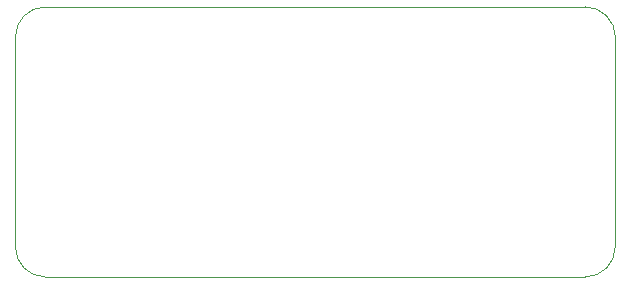
<source format=gbr>
%TF.GenerationSoftware,KiCad,Pcbnew,(5.1.7)-1*%
%TF.CreationDate,2020-11-04T10:18:24+11:00*%
%TF.ProjectId,physbryk_feather,70687973-6272-4796-9b5f-666561746865,rev?*%
%TF.SameCoordinates,Original*%
%TF.FileFunction,Profile,NP*%
%FSLAX46Y46*%
G04 Gerber Fmt 4.6, Leading zero omitted, Abs format (unit mm)*
G04 Created by KiCad (PCBNEW (5.1.7)-1) date 2020-11-04 10:18:24*
%MOMM*%
%LPD*%
G01*
G04 APERTURE LIST*
%TA.AperFunction,Profile*%
%ADD10C,0.050000*%
%TD*%
G04 APERTURE END LIST*
D10*
X125641100Y-93573600D02*
X171361100Y-93573600D01*
X173901100Y-96113600D02*
G75*
G03*
X171361100Y-93573600I-2540000J0D01*
G01*
X173901100Y-96113600D02*
X173901100Y-113893600D01*
X171361100Y-116433600D02*
G75*
G03*
X173901100Y-113893600I0J2540000D01*
G01*
X171361100Y-116433600D02*
X125641100Y-116433600D01*
X123101100Y-113893600D02*
G75*
G03*
X125641100Y-116433600I2540000J0D01*
G01*
X123101100Y-113893600D02*
X123101100Y-96113600D01*
X125641100Y-93573600D02*
G75*
G03*
X123101100Y-96113600I0J-2540000D01*
G01*
%TO.C,MS1*%
X125641100Y-116433600D02*
X171361100Y-116433600D01*
X173901100Y-113893600D02*
X173901100Y-96113600D01*
X171361100Y-93573600D02*
X125641100Y-93573600D01*
X123101100Y-96113600D02*
X123101100Y-113893600D01*
X125641100Y-116433600D02*
G75*
G02*
X123101100Y-113893600I0J2540000D01*
G01*
X123101100Y-96113600D02*
G75*
G02*
X125641100Y-93573600I2540000J0D01*
G01*
X171361100Y-93573600D02*
G75*
G02*
X173901100Y-96113600I0J-2540000D01*
G01*
X173901100Y-113893600D02*
G75*
G02*
X171361100Y-116433600I-2540000J0D01*
G01*
%TD*%
M02*

</source>
